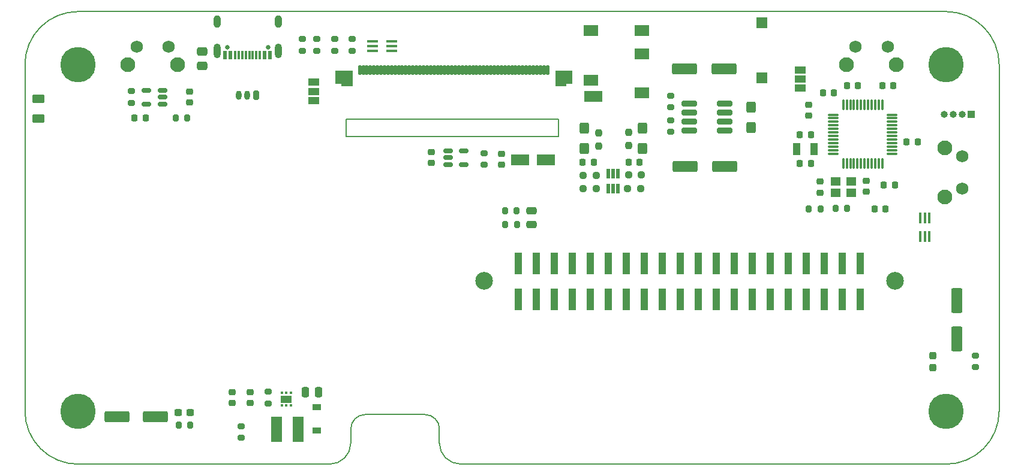
<source format=gbr>
G04 #@! TF.GenerationSoftware,KiCad,Pcbnew,7.0.9*
G04 #@! TF.CreationDate,2024-02-19T16:20:50+08:00*
G04 #@! TF.ProjectId,Teeny_girl,5465656e-795f-4676-9972-6c2e6b696361,rev?*
G04 #@! TF.SameCoordinates,Original*
G04 #@! TF.FileFunction,Soldermask,Bot*
G04 #@! TF.FilePolarity,Negative*
%FSLAX46Y46*%
G04 Gerber Fmt 4.6, Leading zero omitted, Abs format (unit mm)*
G04 Created by KiCad (PCBNEW 7.0.9) date 2024-02-19 16:20:50*
%MOMM*%
%LPD*%
G01*
G04 APERTURE LIST*
G04 Aperture macros list*
%AMRoundRect*
0 Rectangle with rounded corners*
0 $1 Rounding radius*
0 $2 $3 $4 $5 $6 $7 $8 $9 X,Y pos of 4 corners*
0 Add a 4 corners polygon primitive as box body*
4,1,4,$2,$3,$4,$5,$6,$7,$8,$9,$2,$3,0*
0 Add four circle primitives for the rounded corners*
1,1,$1+$1,$2,$3*
1,1,$1+$1,$4,$5*
1,1,$1+$1,$6,$7*
1,1,$1+$1,$8,$9*
0 Add four rect primitives between the rounded corners*
20,1,$1+$1,$2,$3,$4,$5,0*
20,1,$1+$1,$4,$5,$6,$7,0*
20,1,$1+$1,$6,$7,$8,$9,0*
20,1,$1+$1,$8,$9,$2,$3,0*%
G04 Aperture macros list end*
%ADD10C,0.010000*%
%ADD11C,5.000000*%
%ADD12RoundRect,0.250000X0.475000X-0.337500X0.475000X0.337500X-0.475000X0.337500X-0.475000X-0.337500X0*%
%ADD13C,2.100000*%
%ADD14C,1.750000*%
%ADD15RoundRect,0.225000X0.225000X0.250000X-0.225000X0.250000X-0.225000X-0.250000X0.225000X-0.250000X0*%
%ADD16RoundRect,0.200000X-0.200000X-0.275000X0.200000X-0.275000X0.200000X0.275000X-0.200000X0.275000X0*%
%ADD17RoundRect,0.237500X-0.250000X-0.237500X0.250000X-0.237500X0.250000X0.237500X-0.250000X0.237500X0*%
%ADD18RoundRect,0.200000X0.275000X-0.200000X0.275000X0.200000X-0.275000X0.200000X-0.275000X-0.200000X0*%
%ADD19RoundRect,0.250000X-1.500000X-0.550000X1.500000X-0.550000X1.500000X0.550000X-1.500000X0.550000X0*%
%ADD20RoundRect,0.225000X-0.250000X0.225000X-0.250000X-0.225000X0.250000X-0.225000X0.250000X0.225000X0*%
%ADD21R,1.500000X1.000000*%
%ADD22RoundRect,0.141900X0.945100X0.245100X-0.945100X0.245100X-0.945100X-0.245100X0.945100X-0.245100X0*%
%ADD23RoundRect,0.225000X-0.225000X-0.250000X0.225000X-0.250000X0.225000X0.250000X-0.225000X0.250000X0*%
%ADD24RoundRect,0.150000X0.512500X0.150000X-0.512500X0.150000X-0.512500X-0.150000X0.512500X-0.150000X0*%
%ADD25R,1.000000X3.150000*%
%ADD26C,2.500000*%
%ADD27RoundRect,0.200000X-0.275000X0.200000X-0.275000X-0.200000X0.275000X-0.200000X0.275000X0.200000X0*%
%ADD28R,1.200000X0.900000*%
%ADD29RoundRect,0.250000X-0.425000X0.537500X-0.425000X-0.537500X0.425000X-0.537500X0.425000X0.537500X0*%
%ADD30RoundRect,0.237500X0.237500X-0.300000X0.237500X0.300000X-0.237500X0.300000X-0.237500X-0.300000X0*%
%ADD31RoundRect,0.237500X-0.237500X0.250000X-0.237500X-0.250000X0.237500X-0.250000X0.237500X0.250000X0*%
%ADD32RoundRect,0.075000X0.075000X-0.662500X0.075000X0.662500X-0.075000X0.662500X-0.075000X-0.662500X0*%
%ADD33RoundRect,0.075000X0.662500X-0.075000X0.662500X0.075000X-0.662500X0.075000X-0.662500X-0.075000X0*%
%ADD34RoundRect,0.250000X1.050000X0.550000X-1.050000X0.550000X-1.050000X-0.550000X1.050000X-0.550000X0*%
%ADD35RoundRect,0.225000X0.250000X-0.225000X0.250000X0.225000X-0.250000X0.225000X-0.250000X-0.225000X0*%
%ADD36RoundRect,0.102000X0.150000X0.550000X-0.150000X0.550000X-0.150000X-0.550000X0.150000X-0.550000X0*%
%ADD37R,1.400000X1.200000*%
%ADD38RoundRect,0.250000X-0.550000X1.500000X-0.550000X-1.500000X0.550000X-1.500000X0.550000X1.500000X0*%
%ADD39RoundRect,0.093750X-0.106250X0.093750X-0.106250X-0.093750X0.106250X-0.093750X0.106250X0.093750X0*%
%ADD40R,1.600000X1.000000*%
%ADD41R,1.500000X3.600000*%
%ADD42R,0.400000X1.500000*%
%ADD43C,0.650000*%
%ADD44R,0.600000X1.240000*%
%ADD45R,0.300000X1.240000*%
%ADD46O,1.000000X1.800000*%
%ADD47O,1.000000X2.100000*%
%ADD48R,2.006600X1.498600*%
%ADD49R,2.590800X1.498600*%
%ADD50R,1.500000X1.500000*%
%ADD51RoundRect,0.250000X0.425000X-0.537500X0.425000X0.537500X-0.425000X0.537500X-0.425000X-0.537500X0*%
%ADD52RoundRect,0.250000X-0.625000X0.375000X-0.625000X-0.375000X0.625000X-0.375000X0.625000X0.375000X0*%
%ADD53R,1.500000X0.400000*%
%ADD54RoundRect,0.102000X-0.177800X0.584200X-0.177800X-0.584200X0.177800X-0.584200X0.177800X0.584200X0*%
%ADD55RoundRect,0.250000X0.250000X0.475000X-0.250000X0.475000X-0.250000X-0.475000X0.250000X-0.475000X0*%
%ADD56RoundRect,0.200000X0.200000X0.275000X-0.200000X0.275000X-0.200000X-0.275000X0.200000X-0.275000X0*%
%ADD57RoundRect,0.237500X-0.300000X-0.237500X0.300000X-0.237500X0.300000X0.237500X-0.300000X0.237500X0*%
%ADD58R,1.000000X1.000000*%
%ADD59O,1.000000X1.000000*%
%ADD60RoundRect,0.218750X0.218750X0.256250X-0.218750X0.256250X-0.218750X-0.256250X0.218750X-0.256250X0*%
%ADD61R,1.000000X1.800000*%
%ADD62RoundRect,0.250000X0.475000X-0.250000X0.475000X0.250000X-0.475000X0.250000X-0.475000X-0.250000X0*%
%ADD63RoundRect,0.150000X-0.512500X-0.150000X0.512500X-0.150000X0.512500X0.150000X-0.512500X0.150000X0*%
%ADD64RoundRect,0.200000X0.200000X0.450000X-0.200000X0.450000X-0.200000X-0.450000X0.200000X-0.450000X0*%
%ADD65O,0.800000X1.300000*%
%ADD66RoundRect,0.237500X0.250000X0.237500X-0.250000X0.237500X-0.250000X-0.237500X0.250000X-0.237500X0*%
G04 #@! TA.AperFunction,Profile*
%ADD67C,0.150000*%
G04 #@! TD*
G04 APERTURE END LIST*
D10*
X151195000Y-49791900D02*
X150395000Y-49791900D01*
X150395000Y-50141900D01*
X148895000Y-50141900D01*
X148895000Y-47991900D01*
X151195000Y-47991900D01*
X151195000Y-49791900D01*
G36*
X151195000Y-49791900D02*
G01*
X150395000Y-49791900D01*
X150395000Y-50141900D01*
X148895000Y-50141900D01*
X148895000Y-47991900D01*
X151195000Y-47991900D01*
X151195000Y-49791900D01*
G37*
X120195000Y-50141900D02*
X118695000Y-50141900D01*
X118695000Y-49791900D01*
X117895000Y-49791900D01*
X117895000Y-47991900D01*
X120195000Y-47991900D01*
X120195000Y-50141900D01*
G36*
X120195000Y-50141900D02*
G01*
X118695000Y-50141900D01*
X118695000Y-49791900D01*
X117895000Y-49791900D01*
X117895000Y-47991900D01*
X120195000Y-47991900D01*
X120195000Y-50141900D01*
G37*
D11*
X204045000Y-47141900D03*
X81545000Y-47141900D03*
X204045000Y-96141900D03*
X81545000Y-96141900D03*
D12*
X99045000Y-47341900D03*
X99045000Y-45266900D03*
D13*
X197045000Y-47141900D03*
X190035000Y-47141900D03*
D14*
X195795000Y-44651900D03*
X191295000Y-44651900D03*
D15*
X188220000Y-51141900D03*
X186670000Y-51141900D03*
D16*
X141845000Y-69741900D03*
X143495000Y-69741900D03*
D15*
X154307500Y-60941900D03*
X152757500Y-60941900D03*
D17*
X152820000Y-62841900D03*
X154645000Y-62841900D03*
D18*
X165145000Y-53166900D03*
X165145000Y-51516900D03*
D19*
X167245000Y-61541900D03*
X172845000Y-61541900D03*
D20*
X186270000Y-63691900D03*
X186270000Y-65241900D03*
D21*
X183440000Y-47891900D03*
X183440000Y-49191900D03*
X183440000Y-50491900D03*
D15*
X196595000Y-50141900D03*
X195045000Y-50141900D03*
D16*
X95295000Y-54704400D03*
X96945000Y-54704400D03*
D22*
X172790000Y-52636900D03*
X172790000Y-53906900D03*
X172790000Y-55176900D03*
X172790000Y-56446900D03*
X167840000Y-56446900D03*
X167840000Y-55176900D03*
X167840000Y-53906900D03*
X167840000Y-52636900D03*
D20*
X192770000Y-63566900D03*
X192770000Y-65116900D03*
D23*
X195270000Y-64141900D03*
X196820000Y-64141900D03*
D24*
X93432500Y-50804400D03*
X93432500Y-51754400D03*
X93432500Y-52704400D03*
X91157500Y-52704400D03*
X91157500Y-50804400D03*
D25*
X191945000Y-80341900D03*
X191945000Y-75291900D03*
X189405000Y-80341900D03*
X189405000Y-75291900D03*
X186865000Y-80341900D03*
X186865000Y-75291900D03*
X184325000Y-80341900D03*
X184325000Y-75291900D03*
X181785000Y-80341900D03*
X181785000Y-75291900D03*
X179245000Y-80341900D03*
X179245000Y-75291900D03*
X176705000Y-80341900D03*
X176705000Y-75291900D03*
X174165000Y-80341900D03*
X174165000Y-75291900D03*
X171625000Y-80341900D03*
X171625000Y-75291900D03*
X169085000Y-80341900D03*
X169085000Y-75291900D03*
X166545000Y-80341900D03*
X166545000Y-75291900D03*
X164005000Y-80341900D03*
X164005000Y-75291900D03*
X161465000Y-80341900D03*
X161465000Y-75291900D03*
X158925000Y-80341900D03*
X158925000Y-75291900D03*
X156385000Y-80341900D03*
X156385000Y-75291900D03*
X153845000Y-80341900D03*
X153845000Y-75291900D03*
X151305000Y-80341900D03*
X151305000Y-75291900D03*
X148765000Y-80341900D03*
X148765000Y-75291900D03*
X146225000Y-80341900D03*
X146225000Y-75291900D03*
X143685000Y-80341900D03*
X143685000Y-75291900D03*
D26*
X138855000Y-77716900D03*
X196855000Y-77716900D03*
D27*
X165145000Y-55016900D03*
X165145000Y-56666900D03*
D28*
X115245000Y-95616900D03*
X115245000Y-98916900D03*
D20*
X184682500Y-52816900D03*
X184682500Y-54366900D03*
D29*
X176545000Y-53204400D03*
X176545000Y-56079400D03*
D18*
X108345000Y-95041900D03*
X108345000Y-93391900D03*
D30*
X202195000Y-89996900D03*
X202195000Y-88271900D03*
D16*
X184682500Y-67529400D03*
X186332500Y-67529400D03*
D31*
X159232500Y-56729400D03*
X159232500Y-58554400D03*
D32*
X195045000Y-61141900D03*
X194545000Y-61141900D03*
X194045000Y-61141900D03*
X193545000Y-61141900D03*
X193045000Y-61141900D03*
X192545000Y-61141900D03*
X192045000Y-61141900D03*
X191545000Y-61141900D03*
X191045000Y-61141900D03*
X190545000Y-61141900D03*
X190045000Y-61141900D03*
X189545000Y-61141900D03*
D33*
X188132500Y-59729400D03*
X188132500Y-59229400D03*
X188132500Y-58729400D03*
X188132500Y-58229400D03*
X188132500Y-57729400D03*
X188132500Y-57229400D03*
X188132500Y-56729400D03*
X188132500Y-56229400D03*
X188132500Y-55729400D03*
X188132500Y-55229400D03*
X188132500Y-54729400D03*
X188132500Y-54229400D03*
D32*
X189545000Y-52816900D03*
X190045000Y-52816900D03*
X190545000Y-52816900D03*
X191045000Y-52816900D03*
X191545000Y-52816900D03*
X192045000Y-52816900D03*
X192545000Y-52816900D03*
X193045000Y-52816900D03*
X193545000Y-52816900D03*
X194045000Y-52816900D03*
X194545000Y-52816900D03*
X195045000Y-52816900D03*
D33*
X196457500Y-54229400D03*
X196457500Y-54729400D03*
X196457500Y-55229400D03*
X196457500Y-55729400D03*
X196457500Y-56229400D03*
X196457500Y-56729400D03*
X196457500Y-57229400D03*
X196457500Y-57729400D03*
X196457500Y-58229400D03*
X196457500Y-58729400D03*
X196457500Y-59229400D03*
X196457500Y-59729400D03*
D27*
X138870000Y-59679400D03*
X138870000Y-61329400D03*
D34*
X147545000Y-60641900D03*
X143945000Y-60641900D03*
D35*
X131370000Y-61029400D03*
X131370000Y-59479400D03*
D36*
X147795000Y-47941900D03*
X147295000Y-47941900D03*
X146795000Y-47941900D03*
X146295000Y-47941900D03*
X145795000Y-47941900D03*
X145295000Y-47941900D03*
X144795000Y-47941900D03*
X144295000Y-47941900D03*
X143795000Y-47941900D03*
X143295000Y-47941900D03*
X142795000Y-47941900D03*
X142295000Y-47941900D03*
X141795000Y-47941900D03*
X141295000Y-47941900D03*
X140795000Y-47941900D03*
X140295000Y-47941900D03*
X139795000Y-47941900D03*
X139295000Y-47941900D03*
X138795000Y-47941900D03*
X138295000Y-47941900D03*
X137795000Y-47941900D03*
X137295000Y-47941900D03*
X136795000Y-47941900D03*
X136295000Y-47941900D03*
X135795000Y-47941900D03*
X135295000Y-47941900D03*
X134795000Y-47941900D03*
X134295000Y-47941900D03*
X133795000Y-47941900D03*
X133295000Y-47941900D03*
X132795000Y-47941900D03*
X132295000Y-47941900D03*
X131795000Y-47941900D03*
X131295000Y-47941900D03*
X130795000Y-47941900D03*
X130295000Y-47941900D03*
X129795000Y-47941900D03*
X129295000Y-47941900D03*
X128795000Y-47941900D03*
X128295000Y-47941900D03*
X127795000Y-47941900D03*
X127295000Y-47941900D03*
X126795000Y-47941900D03*
X126295000Y-47941900D03*
X125795000Y-47941900D03*
X125295000Y-47941900D03*
X124795000Y-47941900D03*
X124295000Y-47941900D03*
X123795000Y-47941900D03*
X123295000Y-47941900D03*
X122795000Y-47941900D03*
X122295000Y-47941900D03*
X121795000Y-47941900D03*
X121295000Y-47941900D03*
D37*
X190682500Y-65291900D03*
X188482500Y-65291900D03*
X188482500Y-63691900D03*
X190682500Y-63691900D03*
D27*
X115245000Y-43516900D03*
X115245000Y-45166900D03*
D13*
X203842500Y-65891900D03*
X203842500Y-58881900D03*
D14*
X206332500Y-64641900D03*
X206332500Y-60141900D03*
D35*
X97295000Y-52479400D03*
X97295000Y-50929400D03*
D18*
X89070000Y-52541900D03*
X89070000Y-50891900D03*
D27*
X208195000Y-88271900D03*
X208195000Y-89921900D03*
D23*
X183407500Y-57091900D03*
X184957500Y-57091900D03*
D38*
X205545000Y-80541900D03*
X205545000Y-85941900D03*
D39*
X110295000Y-93579400D03*
X110945000Y-93579400D03*
X111595000Y-93579400D03*
X111595000Y-95354400D03*
X110945000Y-95354400D03*
X110295000Y-95354400D03*
D40*
X110945000Y-94466900D03*
D19*
X87045000Y-96941900D03*
X92445000Y-96941900D03*
D41*
X109520000Y-98716900D03*
X112570000Y-98716900D03*
D17*
X159220000Y-62741900D03*
X161045000Y-62741900D03*
D42*
X200395000Y-68811900D03*
X201045000Y-68811900D03*
X201695000Y-68811900D03*
X201695000Y-71471900D03*
X201045000Y-71471900D03*
X200395000Y-71471900D03*
D43*
X102575000Y-44716900D03*
X108355000Y-44716900D03*
D44*
X102265000Y-45836900D03*
X103065000Y-45836900D03*
D45*
X104215000Y-45836900D03*
X105215000Y-45836900D03*
X105715000Y-45836900D03*
X106715000Y-45836900D03*
D44*
X107865000Y-45836900D03*
X108665000Y-45836900D03*
X108665000Y-45836900D03*
X107865000Y-45836900D03*
D45*
X107215000Y-45836900D03*
X106215000Y-45836900D03*
X104715000Y-45836900D03*
X103715000Y-45836900D03*
D44*
X103065000Y-45836900D03*
X102265000Y-45836900D03*
D46*
X101145000Y-41036900D03*
D47*
X101145000Y-45236900D03*
D46*
X109785000Y-41036900D03*
D47*
X109785000Y-45236900D03*
D48*
X153938200Y-42357300D03*
X153938200Y-49367700D03*
D49*
X154243000Y-51679100D03*
D48*
X161151800Y-42357300D03*
X161151800Y-45659300D03*
X161151800Y-51145700D03*
D50*
X178045000Y-41241900D03*
X178045000Y-49041900D03*
D15*
X191595000Y-50141900D03*
X190045000Y-50141900D03*
D51*
X153032500Y-58979400D03*
X153032500Y-56104400D03*
D15*
X195532500Y-67529400D03*
X193982500Y-67529400D03*
D16*
X141795000Y-67841900D03*
X143445000Y-67841900D03*
D52*
X75945000Y-51941900D03*
X75945000Y-54741900D03*
D17*
X159120000Y-64641900D03*
X160945000Y-64641900D03*
D27*
X120245000Y-43516900D03*
X120245000Y-45166900D03*
D53*
X125775000Y-43891900D03*
X125775000Y-44541900D03*
X125775000Y-45191900D03*
X123115000Y-45191900D03*
X123115000Y-44541900D03*
X123115000Y-43891900D03*
D54*
X156372100Y-62600500D03*
X157032500Y-62600500D03*
X157692900Y-62600500D03*
X157692900Y-64683300D03*
X157032500Y-64683300D03*
X156372100Y-64683300D03*
D55*
X115520000Y-93466900D03*
X113620000Y-93466900D03*
D31*
X155032500Y-56829400D03*
X155032500Y-58654400D03*
D27*
X104570000Y-98266900D03*
X104570000Y-99916900D03*
D15*
X160807500Y-60941900D03*
X159257500Y-60941900D03*
D56*
X97370000Y-98141900D03*
X95720000Y-98141900D03*
D57*
X95645000Y-96341900D03*
X97370000Y-96341900D03*
D58*
X207585000Y-54141900D03*
D59*
X206315000Y-54141900D03*
X205045000Y-54141900D03*
X203775000Y-54141900D03*
D27*
X117745000Y-43516900D03*
X117745000Y-45166900D03*
D51*
X161232500Y-58979400D03*
X161232500Y-56104400D03*
D20*
X105820000Y-93441900D03*
X105820000Y-94991900D03*
D13*
X95555000Y-47141900D03*
X88545000Y-47141900D03*
D14*
X94305000Y-44651900D03*
X89805000Y-44651900D03*
D20*
X141345000Y-59766900D03*
X141345000Y-61316900D03*
D19*
X167145000Y-47741900D03*
X172745000Y-47741900D03*
D16*
X188445000Y-67491900D03*
X190095000Y-67491900D03*
D60*
X91082500Y-54704400D03*
X89507500Y-54704400D03*
D61*
X182932500Y-59091900D03*
X185432500Y-59091900D03*
D15*
X184957500Y-61091900D03*
X183407500Y-61091900D03*
D20*
X103320000Y-93441900D03*
X103320000Y-94991900D03*
D62*
X145520000Y-69741900D03*
X145520000Y-67841900D03*
D23*
X198495000Y-58041900D03*
X200045000Y-58041900D03*
D63*
X133732500Y-61254400D03*
X133732500Y-60304400D03*
X133732500Y-59354400D03*
X136007500Y-59354400D03*
X136007500Y-61254400D03*
D64*
X106695000Y-51441900D03*
D65*
X105445000Y-51441900D03*
X104195000Y-51441900D03*
D21*
X114802500Y-49641900D03*
X114802500Y-50941900D03*
X114802500Y-52241900D03*
D66*
X154645000Y-64641900D03*
X152820000Y-64641900D03*
D27*
X113220000Y-43516900D03*
X113220000Y-45166900D03*
D67*
X116545000Y-103641900D02*
X117045000Y-103641900D01*
X117045000Y-103641900D02*
G75*
G03*
X120045000Y-100641900I0J3000000D01*
G01*
X132545000Y-98641900D02*
G75*
G03*
X130545000Y-96641900I-2000000J0D01*
G01*
X74045000Y-47141900D02*
X74045000Y-96141900D01*
X211545000Y-47141900D02*
G75*
G03*
X204045000Y-39641900I-7500000J0D01*
G01*
X120045000Y-100641900D02*
X120045000Y-98641900D01*
X81545000Y-39641900D02*
X204045000Y-39641900D01*
X132545000Y-98641900D02*
X132545000Y-100641900D01*
X122045000Y-96641900D02*
X130545000Y-96641900D01*
X81545000Y-39641900D02*
G75*
G03*
X74045000Y-47141900I0J-7500000D01*
G01*
X132545000Y-100641900D02*
G75*
G03*
X135545000Y-103641900I3000000J0D01*
G01*
X204045000Y-103641900D02*
X136545000Y-103641900D01*
X81545000Y-103641900D02*
X116545000Y-103641900D01*
X122045000Y-96641900D02*
G75*
G03*
X120045000Y-98641900I0J-2000000D01*
G01*
X211545000Y-47141900D02*
X211545000Y-96141900D01*
X136545000Y-103641900D02*
X135545000Y-103641900D01*
X74045000Y-96141900D02*
G75*
G03*
X81545000Y-103641900I7500000J0D01*
G01*
X204045000Y-103641900D02*
G75*
G03*
X211545000Y-96141900I0J7500000D01*
G01*
X149345000Y-57341900D02*
X119345000Y-57341900D01*
X119345000Y-54841900D01*
X149345000Y-54841900D01*
X149345000Y-57341900D01*
M02*

</source>
